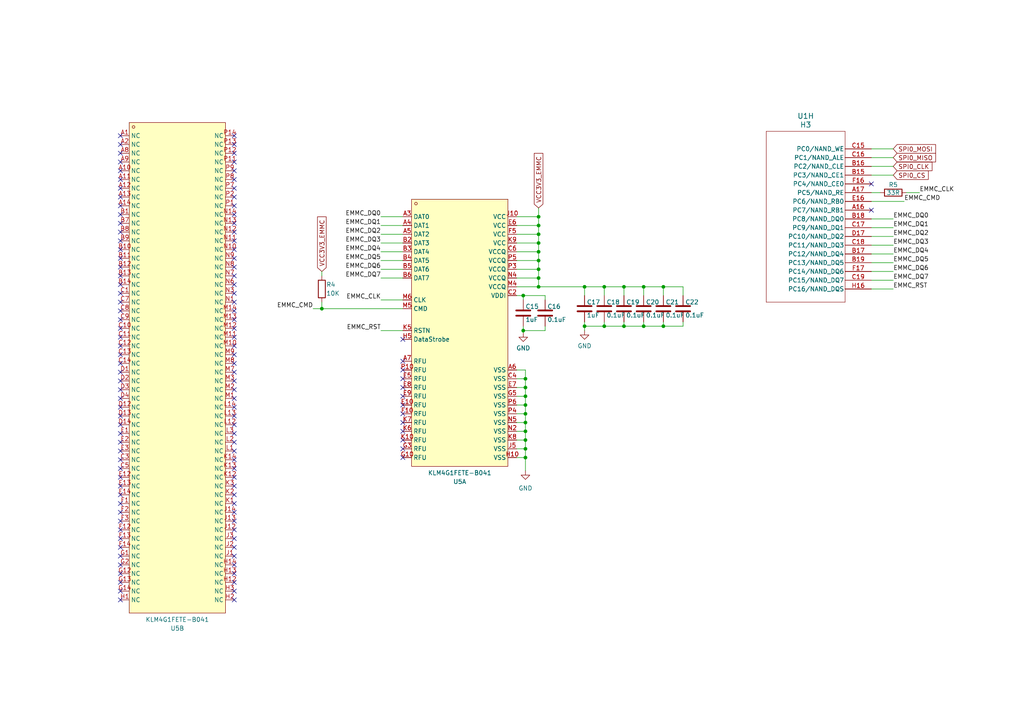
<source format=kicad_sch>
(kicad_sch (version 20250114) (generator "eeschema") (generator_version "9.0")
  (paper "A4")
  (junction (at 152.4 109.855))
  (junction (at 152.4 120.015))
  (junction (at 156.21 73.025))
  (junction (at 152.4 114.935))
  (junction (at 175.26 83.185))
  (junction (at 186.69 83.185))
  (junction (at 152.4 132.715))
  (junction (at 169.545 94.615))
  (junction (at 152.4 130.175))
  (junction (at 152.4 125.095))
  (junction (at 156.21 75.565))
  (junction (at 156.21 83.185))
  (junction (at 152.4 117.475))
  (junction (at 156.21 65.405))
  (junction (at 180.975 94.615))
  (junction (at 175.26 94.615))
  (junction (at 156.21 80.645))
  (junction (at 152.4 112.395))
  (junction (at 156.21 62.865))
  (junction (at 151.765 95.885))
  (junction (at 156.21 67.945))
  (junction (at 93.345 89.535))
  (junction (at 151.765 85.725))
  (junction (at 186.69 94.615))
  (junction (at 156.21 78.105))
  (junction (at 156.21 70.485))
  (junction (at 192.405 94.615))
  (junction (at 180.975 83.185))
  (junction (at 152.4 122.555))
  (junction (at 152.4 127.635))
  (junction (at 192.405 83.185))
  (junction (at 169.545 83.185))
  (no_connect (at 34.925 173.99))
  (no_connect (at 34.925 105.41))
  (no_connect (at 67.945 120.65))
  (no_connect (at 67.945 143.51))
  (no_connect (at 34.925 115.57))
  (no_connect (at 67.945 173.99))
  (no_connect (at 67.945 153.67))
  (no_connect (at 67.945 168.91))
  (no_connect (at 34.925 39.37))
  (no_connect (at 34.925 85.09))
  (no_connect (at 34.925 102.87))
  (no_connect (at 116.84 132.715))
  (no_connect (at 34.925 95.25))
  (no_connect (at 34.925 72.39))
  (no_connect (at 34.925 49.53))
  (no_connect (at 34.925 166.37))
  (no_connect (at 116.84 125.095))
  (no_connect (at 67.945 67.31))
  (no_connect (at 67.945 113.03))
  (no_connect (at 34.925 128.27))
  (no_connect (at 34.925 148.59))
  (no_connect (at 67.945 41.91))
  (no_connect (at 67.945 92.71))
  (no_connect (at 67.945 59.69))
  (no_connect (at 67.945 123.19))
  (no_connect (at 116.84 104.775))
  (no_connect (at 116.84 120.015))
  (no_connect (at 67.945 146.05))
  (no_connect (at 34.925 59.69))
  (no_connect (at 116.84 117.475))
  (no_connect (at 67.945 62.23))
  (no_connect (at 67.945 52.07))
  (no_connect (at 34.925 90.17))
  (no_connect (at 116.84 98.425))
  (no_connect (at 34.925 62.23))
  (no_connect (at 67.945 138.43))
  (no_connect (at 34.925 123.19))
  (no_connect (at 67.945 128.27))
  (no_connect (at 67.945 102.87))
  (no_connect (at 67.945 82.55))
  (no_connect (at 116.84 107.315))
  (no_connect (at 67.945 64.77))
  (no_connect (at 34.925 54.61))
  (no_connect (at 67.945 80.01))
  (no_connect (at 67.945 90.17))
  (no_connect (at 116.84 130.175))
  (no_connect (at 34.925 133.35))
  (no_connect (at 34.925 107.95))
  (no_connect (at 34.925 69.85))
  (no_connect (at 116.84 112.395))
  (no_connect (at 67.945 133.35))
  (no_connect (at 34.925 80.01))
  (no_connect (at 67.945 100.33))
  (no_connect (at 67.945 151.13))
  (no_connect (at 67.945 125.73))
  (no_connect (at 252.73 60.96))
  (no_connect (at 34.925 138.43))
  (no_connect (at 34.925 168.91))
  (no_connect (at 67.945 49.53))
  (no_connect (at 34.925 82.55))
  (no_connect (at 34.925 57.15))
  (no_connect (at 67.945 166.37))
  (no_connect (at 67.945 110.49))
  (no_connect (at 67.945 72.39))
  (no_connect (at 67.945 74.93))
  (no_connect (at 34.925 120.65))
  (no_connect (at 67.945 97.79))
  (no_connect (at 67.945 107.95))
  (no_connect (at 67.945 69.85))
  (no_connect (at 34.925 110.49))
  (no_connect (at 34.925 118.11))
  (no_connect (at 34.925 97.79))
  (no_connect (at 34.925 46.99))
  (no_connect (at 67.945 171.45))
  (no_connect (at 34.925 158.75))
  (no_connect (at 67.945 39.37))
  (no_connect (at 67.945 130.81))
  (no_connect (at 67.945 87.63))
  (no_connect (at 67.945 158.75))
  (no_connect (at 34.925 130.81))
  (no_connect (at 34.925 135.89))
  (no_connect (at 34.925 77.47))
  (no_connect (at 34.925 100.33))
  (no_connect (at 34.925 151.13))
  (no_connect (at 67.945 156.21))
  (no_connect (at 67.945 57.15))
  (no_connect (at 34.925 140.97))
  (no_connect (at 34.925 143.51))
  (no_connect (at 67.945 148.59))
  (no_connect (at 34.925 67.31))
  (no_connect (at 34.925 171.45))
  (no_connect (at 34.925 64.77))
  (no_connect (at 34.925 113.03))
  (no_connect (at 116.84 122.555))
  (no_connect (at 34.925 163.83))
  (no_connect (at 67.945 85.09))
  (no_connect (at 67.945 54.61))
  (no_connect (at 116.84 114.935))
  (no_connect (at 34.925 52.07))
  (no_connect (at 67.945 105.41))
  (no_connect (at 67.945 115.57))
  (no_connect (at 67.945 118.11))
  (no_connect (at 34.925 156.21))
  (no_connect (at 34.925 92.71))
  (no_connect (at 116.84 127.635))
  (no_connect (at 67.945 44.45))
  (no_connect (at 34.925 87.63))
  (no_connect (at 34.925 161.29))
  (no_connect (at 67.945 95.25))
  (no_connect (at 34.925 74.93))
  (no_connect (at 34.925 125.73))
  (no_connect (at 252.73 53.34))
  (no_connect (at 116.84 109.855))
  (no_connect (at 67.945 140.97))
  (no_connect (at 67.945 46.99))
  (no_connect (at 67.945 135.89))
  (no_connect (at 34.925 153.67))
  (no_connect (at 34.925 41.91))
  (no_connect (at 34.925 44.45))
  (no_connect (at 34.925 146.05))
  (no_connect (at 67.945 163.83))
  (no_connect (at 67.945 161.29))
  (no_connect (at 67.945 77.47))
  (wire (pts (xy 149.86 127.635) (xy 152.4 127.635)))
  (wire (pts (xy 152.4 127.635) (xy 152.4 130.175)))
  (wire (pts (xy 262.89 55.88) (xy 266.7 55.88)))
  (wire (pts (xy 175.26 83.185) (xy 180.975 83.185)))
  (wire (pts (xy 192.405 93.345) (xy 192.405 94.615)))
  (wire (pts (xy 169.545 93.345) (xy 169.545 94.615)))
  (wire (pts (xy 259.08 45.72) (xy 252.73 45.72)))
  (wire (pts (xy 149.86 80.645) (xy 156.21 80.645)))
  (wire (pts (xy 252.73 73.66) (xy 259.08 73.66)))
  (wire (pts (xy 252.73 78.74) (xy 259.08 78.74)))
  (wire (pts (xy 156.21 67.945) (xy 156.21 70.485)))
  (wire (pts (xy 180.975 83.185) (xy 186.69 83.185)))
  (wire (pts (xy 252.73 63.5) (xy 259.08 63.5)))
  (wire (pts (xy 156.21 62.865) (xy 156.21 65.405)))
  (wire (pts (xy 149.86 112.395) (xy 152.4 112.395)))
  (wire (pts (xy 151.765 85.725) (xy 151.765 86.995)))
  (wire (pts (xy 252.73 68.58) (xy 259.08 68.58)))
  (wire (pts (xy 149.86 78.105) (xy 156.21 78.105)))
  (wire (pts (xy 156.21 83.185) (xy 149.86 83.185)))
  (wire (pts (xy 110.49 86.995) (xy 116.84 86.995)))
  (wire (pts (xy 259.08 48.26) (xy 252.73 48.26)))
  (wire (pts (xy 156.21 80.645) (xy 156.21 83.185)))
  (wire (pts (xy 93.345 89.535) (xy 116.84 89.535)))
  (wire (pts (xy 252.73 81.28) (xy 259.08 81.28)))
  (wire (pts (xy 192.405 83.185) (xy 198.12 83.185)))
  (wire (pts (xy 116.84 62.865) (xy 110.49 62.865)))
  (wire (pts (xy 152.4 112.395) (xy 152.4 109.855)))
  (wire (pts (xy 152.4 132.715) (xy 152.4 136.525)))
  (wire (pts (xy 116.84 75.565) (xy 110.49 75.565)))
  (wire (pts (xy 116.84 78.105) (xy 110.49 78.105)))
  (wire (pts (xy 149.86 67.945) (xy 156.21 67.945)))
  (wire (pts (xy 180.975 85.725) (xy 180.975 83.185)))
  (wire (pts (xy 252.73 66.04) (xy 259.08 66.04)))
  (wire (pts (xy 259.08 50.8) (xy 252.73 50.8)))
  (wire (pts (xy 152.4 109.855) (xy 152.4 107.315)))
  (wire (pts (xy 156.21 73.025) (xy 156.21 75.565)))
  (wire (pts (xy 158.115 95.885) (xy 151.765 95.885)))
  (wire (pts (xy 156.21 78.105) (xy 156.21 80.645)))
  (wire (pts (xy 186.69 85.725) (xy 186.69 83.185)))
  (wire (pts (xy 156.21 60.325) (xy 156.21 62.865)))
  (wire (pts (xy 152.4 125.095) (xy 152.4 122.555)))
  (wire (pts (xy 169.545 94.615) (xy 169.545 95.885)))
  (wire (pts (xy 192.405 83.185) (xy 192.405 85.725)))
  (wire (pts (xy 149.86 85.725) (xy 151.765 85.725)))
  (wire (pts (xy 252.73 58.42) (xy 262.255 58.42)))
  (wire (pts (xy 149.86 125.095) (xy 152.4 125.095)))
  (wire (pts (xy 151.765 85.725) (xy 158.115 85.725)))
  (wire (pts (xy 149.86 130.175) (xy 152.4 130.175)))
  (wire (pts (xy 149.86 122.555) (xy 152.4 122.555)))
  (wire (pts (xy 259.08 43.18) (xy 252.73 43.18)))
  (wire (pts (xy 156.21 70.485) (xy 156.21 73.025)))
  (wire (pts (xy 180.975 93.345) (xy 180.975 94.615)))
  (wire (pts (xy 186.69 94.615) (xy 180.975 94.615)))
  (wire (pts (xy 158.115 94.615) (xy 158.115 95.885)))
  (wire (pts (xy 156.21 83.185) (xy 169.545 83.185)))
  (wire (pts (xy 149.86 75.565) (xy 156.21 75.565)))
  (wire (pts (xy 180.975 94.615) (xy 175.26 94.615)))
  (wire (pts (xy 149.86 73.025) (xy 156.21 73.025)))
  (wire (pts (xy 169.545 83.185) (xy 175.26 83.185)))
  (wire (pts (xy 152.4 117.475) (xy 152.4 114.935)))
  (wire (pts (xy 152.4 107.315) (xy 149.86 107.315)))
  (wire (pts (xy 116.84 80.645) (xy 110.49 80.645)))
  (wire (pts (xy 175.26 83.185) (xy 175.26 85.725)))
  (wire (pts (xy 252.73 55.88) (xy 255.27 55.88)))
  (wire (pts (xy 156.21 65.405) (xy 156.21 67.945)))
  (wire (pts (xy 152.4 125.095) (xy 152.4 127.635)))
  (wire (pts (xy 175.26 94.615) (xy 169.545 94.615)))
  (wire (pts (xy 116.84 70.485) (xy 110.49 70.485)))
  (wire (pts (xy 152.4 114.935) (xy 152.4 112.395)))
  (wire (pts (xy 186.69 93.345) (xy 186.69 94.615)))
  (wire (pts (xy 116.84 67.945) (xy 110.49 67.945)))
  (wire (pts (xy 151.765 94.615) (xy 151.765 95.885)))
  (wire (pts (xy 198.12 94.615) (xy 192.405 94.615)))
  (wire (pts (xy 110.49 95.885) (xy 116.84 95.885)))
  (wire (pts (xy 186.69 83.185) (xy 192.405 83.185)))
  (wire (pts (xy 198.12 83.185) (xy 198.12 85.725)))
  (wire (pts (xy 149.86 65.405) (xy 156.21 65.405)))
  (wire (pts (xy 152.4 130.175) (xy 152.4 132.715)))
  (wire (pts (xy 252.73 71.12) (xy 259.08 71.12)))
  (wire (pts (xy 152.4 120.015) (xy 152.4 117.475)))
  (wire (pts (xy 93.345 78.74) (xy 93.345 80.01)))
  (wire (pts (xy 169.545 83.185) (xy 169.545 85.725)))
  (wire (pts (xy 149.86 114.935) (xy 152.4 114.935)))
  (wire (pts (xy 158.115 85.725) (xy 158.115 86.995)))
  (wire (pts (xy 175.26 93.345) (xy 175.26 94.615)))
  (wire (pts (xy 192.405 94.615) (xy 186.69 94.615)))
  (wire (pts (xy 149.86 62.865) (xy 156.21 62.865)))
  (wire (pts (xy 252.73 76.2) (xy 259.08 76.2)))
  (wire (pts (xy 151.765 95.885) (xy 151.765 96.52)))
  (wire (pts (xy 149.86 109.855) (xy 152.4 109.855)))
  (wire (pts (xy 152.4 122.555) (xy 152.4 120.015)))
  (wire (pts (xy 149.86 117.475) (xy 152.4 117.475)))
  (wire (pts (xy 198.12 93.345) (xy 198.12 94.615)))
  (wire (pts (xy 149.86 132.715) (xy 152.4 132.715)))
  (wire (pts (xy 149.86 120.015) (xy 152.4 120.015)))
  (wire (pts (xy 259.08 83.82) (xy 252.73 83.82)))
  (wire (pts (xy 116.84 65.405) (xy 110.49 65.405)))
  (wire (pts (xy 156.21 75.565) (xy 156.21 78.105)))
  (wire (pts (xy 93.345 87.63) (xy 93.345 89.535)))
  (wire (pts (xy 90.805 89.535) (xy 93.345 89.535)))
  (wire (pts (xy 149.86 70.485) (xy 156.21 70.485)))
  (wire (pts (xy 116.84 73.025) (xy 110.49 73.025)))
  (label "EMMC_DQ4" (at 259.08 73.66 0))
  (label "EMMC_CLK" (at 110.49 86.995 180))
  (label "EMMC_DQ3" (at 259.08 71.12 0))
  (label "EMMC_DQ5" (at 259.08 76.2 0))
  (label "EMMC_DQ2" (at 110.49 67.945 180))
  (label "EMMC_RST" (at 110.49 95.885 180))
  (label "EMMC_DQ0" (at 110.49 62.865 180))
  (label "EMMC_DQ2" (at 259.08 68.58 0))
  (label "EMMC_RST" (at 259.08 83.82 0))
  (label "EMMC_DQ6" (at 259.08 78.74 0))
  (label "EMMC_DQ3" (at 110.49 70.485 180))
  (label "EMMC_CMD" (at 90.805 89.535 180))
  (label "EMMC_DQ5" (at 110.49 75.565 180))
  (label "EMMC_DQ7" (at 110.49 80.645 180))
  (label "EMMC_DQ6" (at 110.49 78.105 180))
  (label "EMMC_CMD" (at 262.255 58.42 0))
  (label "EMMC_DQ0" (at 259.08 63.5 0))
  (label "EMMC_DQ4" (at 110.49 73.025 180))
  (label "EMMC_DQ1" (at 110.49 65.405 180))
  (label "EMMC_DQ1" (at 259.08 66.04 0))
  (label "EMMC_DQ7" (at 259.08 81.28 0))
  (label "EMMC_CLK" (at 266.7 55.88 0))
  (global_label "SPI0_MISO" (shape input) (at 259.08 45.72 0) (property "Intersheetrefs" "${INTERSHEET_REFS}" (effects (hide yes))))
  (global_label "SPI0_CLK" (shape input) (at 259.08 48.26 0) (property "Intersheetrefs" "${INTERSHEET_REFS}" (effects (hide yes))))
  (global_label "SPI0_MOSI" (shape input) (at 259.08 43.18 0) (property "Intersheetrefs" "${INTERSHEET_REFS}" (effects (hide yes))))
  (global_label "SPI0_CS" (shape input) (at 259.08 50.8 0) (property "Intersheetrefs" "${INTERSHEET_REFS}" (effects (hide yes))))
  (global_label "VCC3V3_EMMC" (shape input) (at 93.345 78.74 90) (property "Intersheetrefs" "${INTERSHEET_REFS}" (effects (hide yes))))
  (global_label "VCC3V3_EMMC" (shape input) (at 156.21 60.325 90) (property "Intersheetrefs" "${INTERSHEET_REFS}" (effects (hide yes))))
  (symbol (lib_id "Device:C") (at 151.765 90.805 0) (unit 1)
    (property "Reference" "C15" (at 152.4 88.9 0) (effects (justify left)))
    (property "Value" "1uF" (at 152.4 92.71 0) (effects (justify left)))
  )
  (symbol (lib_id "Device:C") (at 192.405 89.535 0) (unit 1)
    (property "Reference" "C21" (at 193.04 87.63 0) (effects (justify left)))
    (property "Value" "0.1uF" (at 193.04 91.44 0) (effects (justify left)))
  )
  (symbol (lib_id "easyeda2kicad:KLM4G1FETE-B041") (at 133.35 99.695 0) (unit 1)
    (property "Reference" "U5" (at 133.35 139.7 0))
    (property "Value" "KLM4G1FETE-B041" (at 133.35 137.16 0))
    (property "Footprint" "easyeda2kicad:FBGA-153_L11.0-W10.0-P0.50_KLM4G1FETE-B041" (effects (hide yes)))
    (property "Datasheet" "https://lcsc.com/product-detail/New-Arrivals_Samsung-Electro-Mechanics-KLM4G1FETE-B041-4GB_C500273.html" (effects (hide yes)))
    (property "LCSC Part" "C500273" (effects (hide yes)))
  )
  (symbol (lib_id "Device:C") (at 198.12 89.535 0) (unit 1)
    (property "Reference" "C22" (at 198.755 87.63 0) (effects (justify left)))
    (property "Value" "0.1uF" (at 198.755 91.44 0) (effects (justify left)))
  )
  (symbol (lib_id "Device:R") (at 93.345 83.82 0) (mirror y) (unit 1)
    (property "Reference" "R4" (at 94.615 82.55 0) (effects (justify right)))
    (property "Value" "10K" (at 94.615 85.09 0) (effects (justify right)))
  )
  (symbol (lib_id "Device:C") (at 158.115 90.805 0) (unit 1)
    (property "Reference" "C16" (at 158.75 88.9 0) (effects (justify left)))
    (property "Value" "0.1uF" (at 158.75 92.71 0) (effects (justify left)))
  )
  (symbol (lib_id "power:GND") (at 169.545 95.885 0) (unit 1)
    (property "Reference" "#PWR018" (effects (hide yes)))
    (property "Value" "GND" (at 169.545 100.33 0))
  )
  (symbol (lib_id "power:GND") (at 152.4 136.525 0) (unit 1)
    (property "Reference" "#PWR017" (effects (hide yes)))
    (property "Value" "GND" (at 152.4 141.605 0))
  )
  (symbol (lib_id "Device:C") (at 186.69 89.535 0) (unit 1)
    (property "Reference" "C20" (at 187.325 87.63 0) (effects (justify left)))
    (property "Value" "0.1uF" (at 187.325 91.44 0) (effects (justify left)))
  )
  (symbol (lib_id "Device:C") (at 169.545 89.535 0) (unit 1)
    (property "Reference" "C17" (at 170.18 87.63 0) (effects (justify left)))
    (property "Value" "1uF" (at 170.18 91.44 0) (effects (justify left)))
  )
  (symbol (lib_id "power:GND") (at 151.765 96.52 0) (unit 1)
    (property "Reference" "#PWR016" (effects (hide yes)))
    (property "Value" "GND" (at 151.765 100.965 0))
  )
  (symbol (lib_id "2024-11-20_05-40-34:H3") (at 200.66 45.72 0) (unit 8)
    (property "Reference" "U1" (at 233.68 33.655 0) (effects (font (size 1.524 1.524))))
    (property "Value" "H3" (at 233.68 36.195 0) (effects (font (size 1.524 1.524))))
    (property "Footprint" "BGA347_H3_AWT" (effects (hide yes)))
    (property "Datasheet" "https://dl.linux-sunxi.org/H3/Allwinner_H3_Datasheet_V1.0.pdf" (effects (hide yes)))
  )
  (symbol (lib_id "Device:C") (at 180.975 89.535 0) (unit 1)
    (property "Reference" "C19" (at 181.61 87.63 0) (effects (justify left)))
    (property "Value" "0.1uF" (at 181.61 91.44 0) (effects (justify left)))
  )
  (symbol (lib_id "Device:C") (at 175.26 89.535 0) (unit 1)
    (property "Reference" "C18" (at 175.895 87.63 0) (effects (justify left)))
    (property "Value" "0.1uF" (at 175.895 91.44 0) (effects (justify left)))
  )
  (symbol (lib_id "easyeda2kicad:KLM4G1FETE-B041") (at 51.435 106.68 0) (unit 2)
    (property "Reference" "U5" (at 51.435 182.245 0))
    (property "Value" "KLM4G1FETE-B041" (at 51.435 179.705 0))
    (property "Footprint" "easyeda2kicad:FBGA-153_L11.0-W10.0-P0.50_KLM4G1FETE-B041" (effects (hide yes)))
    (property "Datasheet" "https://lcsc.com/product-detail/New-Arrivals_Samsung-Electro-Mechanics-KLM4G1FETE-B041-4GB_C500273.html" (effects (hide yes)))
    (property "LCSC Part" "C500273" (effects (hide yes)))
  )
  (symbol (lib_id "Device:R") (at 259.08 55.88 90) (unit 1)
    (property "Reference" "R5" (at 259.08 53.594 90))
    (property "Value" "33R" (at 259.08 55.88 90))
  )
)
</source>
